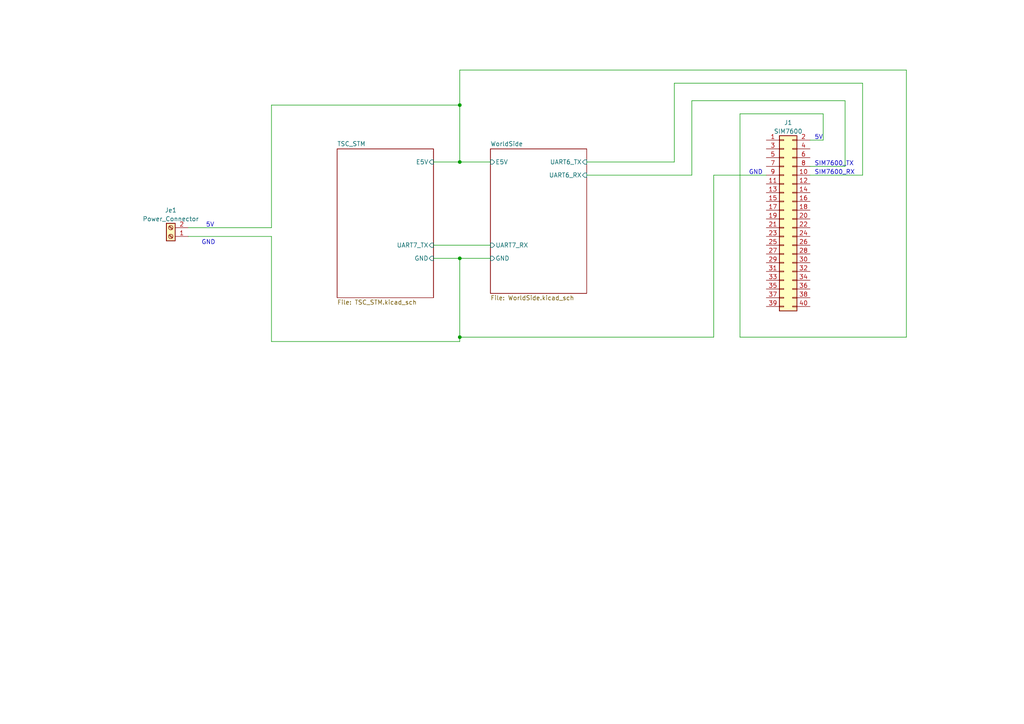
<source format=kicad_sch>
(kicad_sch (version 20230121) (generator eeschema)
  (paper "A4")
  (lib_symbols
    (symbol "Connector:Screw_Terminal_01x02" (pin_names (offset 1.016) hide)
      (property "Reference" "J" (at 0 2.54 0))
      (property "Value" "Screw_Terminal_01x02" (at 0 -5.08 0))
      (symbol "Screw_Terminal_01x02_1_1"
        (rectangle (start -1.27 1.27) (end 1.27 -3.81) (stroke (width 0.254)) (fill (type background)))
        (circle (center 0 -2.54) (radius 0.635) (stroke (width 0.1524)))
        (polyline (pts (xy -0.5334 -2.2098) (xy 0.3302 -3.048)) (stroke (width 0.1524)))
        (polyline (pts (xy -0.5334 0.3302) (xy 0.3302 -0.508)) (stroke (width 0.1524)))
        (polyline (pts (xy -0.3556 -2.032) (xy 0.508 -2.8702)) (stroke (width 0.1524)))
        (polyline (pts (xy -0.3556 0.508) (xy 0.508 -0.3302)) (stroke (width 0.1524)))
        (circle (center 0 0) (radius 0.635) (stroke (width 0.1524)))
        (pin passive line (at -5.08 0 0) (length 3.81) (name "Pin_1") (number "1"))
        (pin passive line (at -5.08 -2.54 0) (length 3.81) (name "Pin_2") (number "2"))
      )
    )
    (symbol "Connector_Generic:Conn_02x20_Odd_Even" (pin_names (offset 1.016) hide)
      (property "Reference" "J" (at 1.27 25.4 0))
      (property "Value" "Conn_02x20_Odd_Even" (at 1.27 -27.94 0))
      (symbol "Conn_02x20_Odd_Even_1_1"
        (rectangle (start -1.27 -25.273) (end 0 -25.527) (stroke (width 0.1524)))
        (rectangle (start -1.27 -22.733) (end 0 -22.987) (stroke (width 0.1524)))
        (rectangle (start -1.27 -20.193) (end 0 -20.447) (stroke (width 0.1524)))
        (rectangle (start -1.27 -17.653) (end 0 -17.907) (stroke (width 0.1524)))
        (rectangle (start -1.27 -15.113) (end 0 -15.367) (stroke (width 0.1524)))
        (rectangle (start -1.27 -12.573) (end 0 -12.827) (stroke (width 0.1524)))
        (rectangle (start -1.27 -10.033) (end 0 -10.287) (stroke (width 0.1524)))
        (rectangle (start -1.27 -7.493) (end 0 -7.747) (stroke (width 0.1524)))
        (rectangle (start -1.27 -4.953) (end 0 -5.207) (stroke (width 0.1524)))
        (rectangle (start -1.27 -2.413) (end 0 -2.667) (stroke (width 0.1524)))
        (rectangle (start -1.27 0.127) (end 0 -0.127) (stroke (width 0.1524)))
        (rectangle (start -1.27 2.667) (end 0 2.413) (stroke (width 0.1524)))
        (rectangle (start -1.27 5.207) (end 0 4.953) (stroke (width 0.1524)))
        (rectangle (start -1.27 7.747) (end 0 7.493) (stroke (width 0.1524)))
        (rectangle (start -1.27 10.287) (end 0 10.033) (stroke (width 0.1524)))
        (rectangle (start -1.27 12.827) (end 0 12.573) (stroke (width 0.1524)))
        (rectangle (start -1.27 15.367) (end 0 15.113) (stroke (width 0.1524)))
        (rectangle (start -1.27 17.907) (end 0 17.653) (stroke (width 0.1524)))
        (rectangle (start -1.27 20.447) (end 0 20.193) (stroke (width 0.1524)))
        (rectangle (start -1.27 22.987) (end 0 22.733) (stroke (width 0.1524)))
        (rectangle (start -1.27 24.13) (end 3.81 -26.67) (stroke (width 0.254)) (fill (type background)))
        (rectangle (start 3.81 -25.273) (end 2.54 -25.527) (stroke (width 0.1524)))
        (rectangle (start 3.81 -22.733) (end 2.54 -22.987) (stroke (width 0.1524)))
        (rectangle (start 3.81 -20.193) (end 2.54 -20.447) (stroke (width 0.1524)))
        (rectangle (start 3.81 -17.653) (end 2.54 -17.907) (stroke (width 0.1524)))
        (rectangle (start 3.81 -15.113) (end 2.54 -15.367) (stroke (width 0.1524)))
        (rectangle (start 3.81 -12.573) (end 2.54 -12.827) (stroke (width 0.1524)))
        (rectangle (start 3.81 -10.033) (end 2.54 -10.287) (stroke (width 0.1524)))
        (rectangle (start 3.81 -7.493) (end 2.54 -7.747) (stroke (width 0.1524)))
        (rectangle (start 3.81 -4.953) (end 2.54 -5.207) (stroke (width 0.1524)))
        (rectangle (start 3.81 -2.413) (end 2.54 -2.667) (stroke (width 0.1524)))
        (rectangle (start 3.81 0.127) (end 2.54 -0.127) (stroke (width 0.1524)))
        (rectangle (start 3.81 2.667) (end 2.54 2.413) (stroke (width 0.1524)))
        (rectangle (start 3.81 5.207) (end 2.54 4.953) (stroke (width 0.1524)))
        (rectangle (start 3.81 7.747) (end 2.54 7.493) (stroke (width 0.1524)))
        (rectangle (start 3.81 10.287) (end 2.54 10.033) (stroke (width 0.1524)))
        (rectangle (start 3.81 12.827) (end 2.54 12.573) (stroke (width 0.1524)))
        (rectangle (start 3.81 15.367) (end 2.54 15.113) (stroke (width 0.1524)))
        (rectangle (start 3.81 17.907) (end 2.54 17.653) (stroke (width 0.1524)))
        (rectangle (start 3.81 20.447) (end 2.54 20.193) (stroke (width 0.1524)))
        (rectangle (start 3.81 22.987) (end 2.54 22.733) (stroke (width 0.1524)))
        (pin passive line (at -5.08 22.86 0) (length 3.81) (name "Pin_1") (number "1"))
        (pin passive line (at 7.62 12.7 180) (length 3.81) (name "Pin_10") (number "10"))
        (pin passive line (at -5.08 10.16 0) (length 3.81) (name "Pin_11") (number "11"))
        (pin passive line (at 7.62 10.16 180) (length 3.81) (name "Pin_12") (number "12"))
        (pin passive line (at -5.08 7.62 0) (length 3.81) (name "Pin_13") (number "13"))
        (pin passive line (at 7.62 7.62 180) (length 3.81) (name "Pin_14") (number "14"))
        (pin passive line (at -5.08 5.08 0) (length 3.81) (name "Pin_15") (number "15"))
        (pin passive line (at 7.62 5.08 180) (length 3.81) (name "Pin_16") (number "16"))
        (pin passive line (at -5.08 2.54 0) (length 3.81) (name "Pin_17") (number "17"))
        (pin passive line (at 7.62 2.54 180) (length 3.81) (name "Pin_18") (number "18"))
        (pin passive line (at -5.08 0 0) (length 3.81) (name "Pin_19") (number "19"))
        (pin passive line (at 7.62 22.86 180) (length 3.81) (name "Pin_2") (number "2"))
        (pin passive line (at 7.62 0 180) (length 3.81) (name "Pin_20") (number "20"))
        (pin passive line (at -5.08 -2.54 0) (length 3.81) (name "Pin_21") (number "21"))
        (pin passive line (at 7.62 -2.54 180) (length 3.81) (name "Pin_22") (number "22"))
        (pin passive line (at -5.08 -5.08 0) (length 3.81) (name "Pin_23") (number "23"))
        (pin passive line (at 7.62 -5.08 180) (length 3.81) (name "Pin_24") (number "24"))
        (pin passive line (at -5.08 -7.62 0) (length 3.81) (name "Pin_25") (number "25"))
        (pin passive line (at 7.62 -7.62 180) (length 3.81) (name "Pin_26") (number "26"))
        (pin passive line (at -5.08 -10.16 0) (length 3.81) (name "Pin_27") (number "27"))
        (pin passive line (at 7.62 -10.16 180) (length 3.81) (name "Pin_28") (number "28"))
        (pin passive line (at -5.08 -12.7 0) (length 3.81) (name "Pin_29") (number "29"))
        (pin passive line (at -5.08 20.32 0) (length 3.81) (name "Pin_3") (number "3"))
        (pin passive line (at 7.62 -12.7 180) (length 3.81) (name "Pin_30") (number "30"))
        (pin passive line (at -5.08 -15.24 0) (length 3.81) (name "Pin_31") (number "31"))
        (pin passive line (at 7.62 -15.24 180) (length 3.81) (name "Pin_32") (number "32"))
        (pin passive line (at -5.08 -17.78 0) (length 3.81) (name "Pin_33") (number "33"))
        (pin passive line (at 7.62 -17.78 180) (length 3.81) (name "Pin_34") (number "34"))
        (pin passive line (at -5.08 -20.32 0) (length 3.81) (name "Pin_35") (number "35"))
        (pin passive line (at 7.62 -20.32 180) (length 3.81) (name "Pin_36") (number "36"))
        (pin passive line (at -5.08 -22.86 0) (length 3.81) (name "Pin_37") (number "37"))
        (pin passive line (at 7.62 -22.86 180) (length 3.81) (name "Pin_38") (number "38"))
        (pin passive line (at -5.08 -25.4 0) (length 3.81) (name "Pin_39") (number "39"))
        (pin passive line (at 7.62 20.32 180) (length 3.81) (name "Pin_4") (number "4"))
        (pin passive line (at 7.62 -25.4 180) (length 3.81) (name "Pin_40") (number "40"))
        (pin passive line (at -5.08 17.78 0) (length 3.81) (name "Pin_5") (number "5"))
        (pin passive line (at 7.62 17.78 180) (length 3.81) (name "Pin_6") (number "6"))
        (pin passive line (at -5.08 15.24 0) (length 3.81) (name "Pin_7") (number "7"))
        (pin passive line (at 7.62 15.24 180) (length 3.81) (name "Pin_8") (number "8"))
        (pin passive line (at -5.08 12.7 0) (length 3.81) (name "Pin_9") (number "9"))
      )
    )
  )
  (junction (at 133.35 30.48))
  (junction (at 133.35 74.93))
  (junction (at 133.35 46.99))
  (junction (at 133.35 97.79))
  (wire (pts (xy 133.35 30.48) (xy 133.35 46.99)))
  (wire (pts (xy 262.89 97.79) (xy 262.89 20.32)))
  (wire (pts (xy 250.19 50.8) (xy 234.95 50.8)))
  (wire (pts (xy 214.63 33.02) (xy 214.63 97.79)))
  (wire (pts (xy 78.74 30.48) (xy 133.35 30.48)))
  (wire (pts (xy 125.73 74.93) (xy 133.35 74.93)))
  (wire (pts (xy 195.58 24.13) (xy 250.19 24.13)))
  (wire (pts (xy 214.63 97.79) (xy 262.89 97.79)))
  (wire (pts (xy 133.35 99.06) (xy 133.35 97.79)))
  (wire (pts (xy 234.95 40.64) (xy 238.76 40.64)))
  (wire (pts (xy 207.01 50.8) (xy 222.25 50.8)))
  (wire (pts (xy 250.19 24.13) (xy 250.19 50.8)))
  (wire (pts (xy 125.73 71.12) (xy 142.24 71.12)))
  (wire (pts (xy 262.89 20.32) (xy 133.35 20.32)))
  (wire (pts (xy 170.18 46.99) (xy 195.58 46.99)))
  (wire (pts (xy 54.61 68.58) (xy 78.74 68.58)))
  (wire (pts (xy 133.35 97.79) (xy 133.35 74.93)))
  (wire (pts (xy 238.76 33.02) (xy 214.63 33.02)))
  (wire (pts (xy 200.66 50.8) (xy 200.66 29.21)))
  (wire (pts (xy 78.74 66.04) (xy 78.74 30.48)))
  (wire (pts (xy 133.35 20.32) (xy 133.35 30.48)))
  (wire (pts (xy 245.11 29.21) (xy 245.11 48.26)))
  (wire (pts (xy 133.35 46.99) (xy 142.24 46.99)))
  (wire (pts (xy 170.18 50.8) (xy 200.66 50.8)))
  (wire (pts (xy 195.58 46.99) (xy 195.58 24.13)))
  (wire (pts (xy 245.11 48.26) (xy 234.95 48.26)))
  (wire (pts (xy 133.35 97.79) (xy 207.01 97.79)))
  (wire (pts (xy 207.01 50.8) (xy 207.01 97.79)))
  (wire (pts (xy 238.76 40.64) (xy 238.76 33.02)))
  (wire (pts (xy 54.61 66.04) (xy 78.74 66.04)))
  (wire (pts (xy 200.66 29.21) (xy 245.11 29.21)))
  (wire (pts (xy 133.35 74.93) (xy 142.24 74.93)))
  (wire (pts (xy 78.74 68.58) (xy 78.74 99.06)))
  (wire (pts (xy 78.74 99.06) (xy 133.35 99.06)))
  (wire (pts (xy 125.73 46.99) (xy 133.35 46.99)))
  (text "GND" (at 58.42 71.12 0) (effects (font (size 1.27 1.27)) (justify left bottom)))
  (text "SIM7600_TX" (at 236.22 48.26 0) (effects (font (size 1.27 1.27)) (justify left bottom)))
  (text "5V" (at 236.22 40.64 0) (effects (font (size 1.27 1.27)) (justify left bottom)))
  (text "GND" (at 217.17 50.8 0) (effects (font (size 1.27 1.27)) (justify left bottom)))
  (text "SIM7600_RX" (at 236.22 50.8 0) (effects (font (size 1.27 1.27)) (justify left bottom)))
  (text "5V" (at 59.69 66.04 0) (effects (font (size 1.27 1.27)) (justify left bottom)))
  (symbol (lib_id "Connector_Generic:Conn_02x20_Odd_Even") (at 227.33 63.5 0) (unit 1)
    (property "Reference" "J1" (at 228.6 35.56 0))
    (property "Value" "SIM7600" (at 228.6 38.1 0))
    (property "Footprint" "NUCLEO-F767ZI:SIM7600" (effects hide))
  )
  (symbol (lib_id "Connector:Screw_Terminal_01x02") (at 49.53 68.58 180) (unit 1)
    (property "Reference" "Je1" (at 49.53 60.96 0))
    (property "Value" "Power_Connector" (at 49.53 63.5 0))
    (property "Footprint" "TerminalBlock_Phoenix:TerminalBlock_Phoenix_MKDS-1,5-2-5.08_1x02_P5.08mm_Horizontal" (effects hide))
  )
  (sheet (at 97.79 43.18) (size 27.94 43.18) (stroke (width 0.1524))
    (property "Sheetname" "TSC_STM" (at 97.79 42.4684 0) (effects (justify left bottom)))
    (property "Sheetfile" "TSC_STM.kicad_sch" (at 97.79 86.9446 0) (effects (justify left top)))
    (pin "GND" input (at 125.73 74.93 0))
    (pin "UART7_TX" input (at 125.73 71.12 0))
    (pin "E5V" input (at 125.73 46.99 0))
  )
  (sheet (at 142.24 43.18) (size 27.94 41.91) (stroke (width 0.1524))
    (property "Sheetname" "WorldSide" (at 142.24 42.4684 0) (effects (justify left bottom)))
    (property "Sheetfile" "WorldSide.kicad_sch" (at 142.24 85.6746 0) (effects (justify left top)))
    (pin "E5V" input (at 142.24 46.99 180))
    (pin "GND" input (at 142.24 74.93 180))
    (pin "UART7_RX" input (at 142.24 71.12 180))
    (pin "UART6_TX" input (at 170.18 46.99 0))
    (pin "UART6_RX" input (at 170.18 50.8 0))
  )
)
</source>
